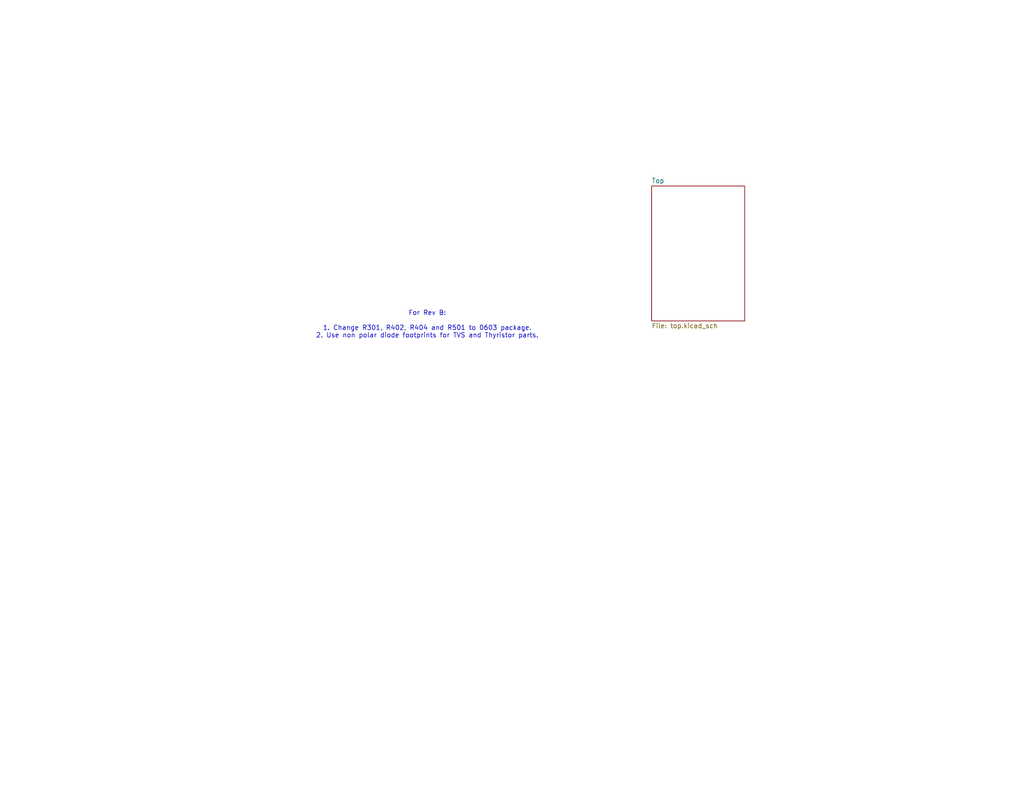
<source format=kicad_sch>
(kicad_sch
	(version 20231120)
	(generator "eeschema")
	(generator_version "8.0")
	(uuid "0b119267-fcdf-49cb-a580-71a46cd231f0")
	(paper "A")
	(title_block
		(title "Dual SLIC interface")
		(date "2024-04-25")
		(rev "A")
	)
	(lib_symbols)
	(text "For Rev B:\n\n1. Change R301, R402, R404 and R501 to 0603 package.\n2. Use non polar diode footprints for TVS and Thyristor parts."
		(exclude_from_sim no)
		(at 116.586 88.646 0)
		(effects
			(font
				(size 1.27 1.27)
			)
		)
		(uuid "d0c765e6-5cf4-4600-a2a9-29e008dfff50")
	)
	(sheet
		(at 177.8 50.8)
		(size 25.4 36.83)
		(fields_autoplaced yes)
		(stroke
			(width 0.1524)
			(type solid)
		)
		(fill
			(color 0 0 0 0.0000)
		)
		(uuid "79b63f26-f2c7-4506-a268-edbd8ea5bbc8")
		(property "Sheetname" "Top"
			(at 177.8 50.0884 0)
			(effects
				(font
					(size 1.27 1.27)
				)
				(justify left bottom)
			)
		)
		(property "Sheetfile" "top.kicad_sch"
			(at 177.8 88.2146 0)
			(effects
				(font
					(size 1.27 1.27)
				)
				(justify left top)
			)
		)
		(instances
			(project "dual-slic-interface"
				(path "/0b119267-fcdf-49cb-a580-71a46cd231f0"
					(page "2")
				)
			)
		)
	)
	(sheet_instances
		(path "/"
			(page "1")
		)
	)
)

</source>
